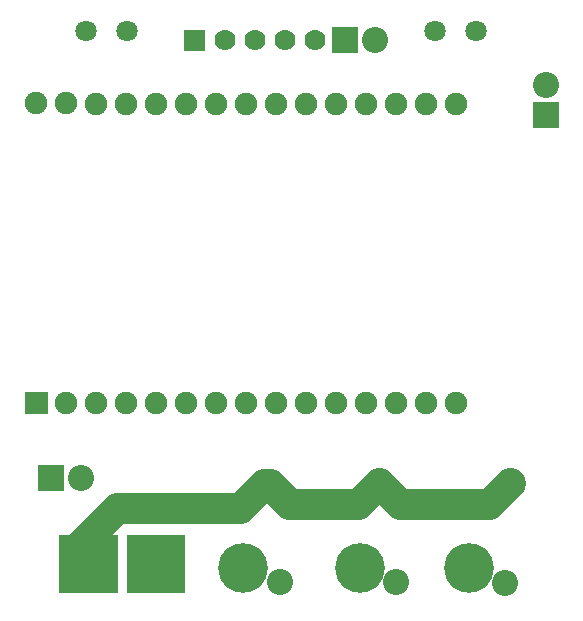
<source format=gbs>
G04 Layer: BottomSolderMaskLayer*
G04 EasyEDA v6.4.3, 2020-08-11T17:18:08--5:00*
G04 523c64261a8a49868803854cdfc33515,7c1e8d740ba24e6f83eb2d53d3341807,10*
G04 Gerber Generator version 0.2*
G04 Scale: 100 percent, Rotated: No, Reflected: No *
G04 Dimensions in millimeters *
G04 leading zeros omitted , absolute positions ,3 integer and 3 decimal *
%FSLAX33Y33*%
%MOMM*%
G90*
G71D02*

%ADD69C,4.203192*%
%ADD70C,2.203196*%
%ADD92C,1.803197*%
%ADD93C,1.778000*%
%ADD95C,1.903197*%
%ADD97C,2.601595*%

%LPD*%
G54D97*
G01X33820Y10419D02*
G01X35598Y8644D01*
G01X43114Y8644D01*
G01X44869Y10419D01*
G01X24549Y10295D02*
G01X26200Y8644D01*
G01X32045Y8644D01*
G01X33820Y10419D01*
G01X8542Y3317D02*
G01X8542Y5215D01*
G01X11590Y8263D01*
G01X22011Y8263D01*
G01X24041Y10293D01*
G54D69*
G01X22263Y3181D03*
G01X32169Y3181D03*
G01X41440Y3181D03*
G54D70*
G01X25438Y2038D03*
G01X35217Y2038D03*
G01X44488Y1911D03*
G36*
G01X6706Y1085D02*
G01X6706Y6040D01*
G01X11659Y6040D01*
G01X11659Y1085D01*
G01X6706Y1085D01*
G37*
G36*
G01X12421Y1085D02*
G01X12421Y6040D01*
G01X17374Y6040D01*
G01X17374Y1085D01*
G01X12421Y1085D01*
G37*
G36*
G01X29797Y46784D02*
G01X29797Y48989D01*
G01X32002Y48989D01*
G01X32002Y46784D01*
G01X29797Y46784D01*
G37*
G01X33439Y47887D03*
G54D92*
G01X12457Y48647D03*
G01X8956Y48647D03*
G01X38547Y48647D03*
G01X42048Y48647D03*
G54D93*
G01X28359Y47885D03*
G01X25819Y47885D03*
G01X23279Y47885D03*
G01X20739Y47885D03*
G36*
G01X17310Y46998D02*
G01X17310Y48776D01*
G01X19088Y48776D01*
G01X19088Y46998D01*
G01X17310Y46998D01*
G37*
G36*
G01X46815Y40434D02*
G01X46815Y42637D01*
G01X49020Y42637D01*
G01X49020Y40434D01*
G01X46815Y40434D01*
G37*
G54D70*
G01X47917Y44075D03*
G36*
G01X4905Y9700D02*
G01X4905Y11903D01*
G01X7110Y11903D01*
G01X7110Y9700D01*
G01X4905Y9700D01*
G37*
G01X8547Y10801D03*
G54D95*
G01X4788Y42551D03*
G01X7328Y42551D03*
G01X9875Y42539D03*
G01X12415Y42539D03*
G01X14955Y42539D03*
G01X17495Y42539D03*
G01X20035Y42539D03*
G01X22575Y42539D03*
G01X25115Y42539D03*
G01X27655Y42539D03*
G01X30195Y42539D03*
G01X32735Y42539D03*
G01X35275Y42539D03*
G01X37815Y42539D03*
G01X40355Y42539D03*
G36*
G01X3836Y16251D02*
G01X3836Y18153D01*
G01X5741Y18153D01*
G01X5741Y16251D01*
G01X3836Y16251D01*
G37*
G01X7328Y17202D03*
G01X9875Y17190D03*
G01X12415Y17190D03*
G01X14955Y17190D03*
G01X17495Y17190D03*
G01X20035Y17190D03*
G01X22575Y17190D03*
G01X25115Y17190D03*
G01X27655Y17190D03*
G01X30195Y17190D03*
G01X32735Y17190D03*
G01X35275Y17190D03*
G01X37815Y17190D03*
G01X40355Y17190D03*
M00*
M02*

</source>
